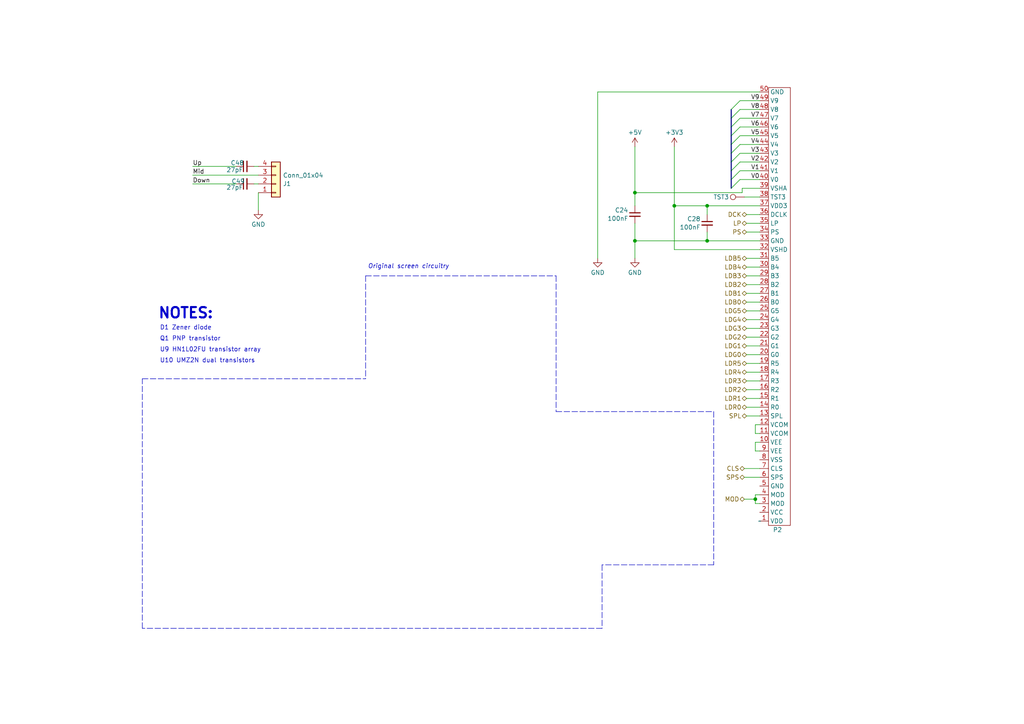
<source format=kicad_sch>
(kicad_sch (version 20231120) (generator "eeschema") (generator_version "8.0")
  (paper "A4")
  (title_block (title "CGB Reverse Engineer") (company "NatalieTheNerd.com"))
  (lib_symbols
    (symbol "CGB:Screen_CGB"
      (property "Reference" "P" (at 0 1.27 0))
      (symbol "Screen_CGB_0_0"
        (pin unspecified line (at 0 0 0) (length 2.54) (name "VDD") (number "1"))
        (pin unspecified line (at 0 -22.86 0) (length 2.54) (name "VEE") (number "10"))
        (pin unspecified line (at 0 -25.4 0) (length 2.54) (name "VCOM") (number "11"))
        (pin unspecified line (at 0 -27.94 0) (length 2.54) (name "VCOM") (number "12"))
        (pin unspecified line (at 0 -30.48 0) (length 2.54) (name "SPL") (number "13"))
        (pin unspecified line (at 0 -33.02 0) (length 2.54) (name "R0") (number "14"))
        (pin unspecified line (at 0 -35.56 0) (length 2.54) (name "R1") (number "15"))
        (pin unspecified line (at 0 -38.1 0) (length 2.54) (name "R2") (number "16"))
        (pin unspecified line (at 0 -40.64 0) (length 2.54) (name "R3") (number "17"))
        (pin unspecified line (at 0 -43.18 0) (length 2.54) (name "R4") (number "18"))
        (pin unspecified line (at 0 -45.72 0) (length 2.54) (name "R5") (number "19"))
        (pin unspecified line (at 0 -2.54 0) (length 2.54) (name "VCC") (number "2"))
        (pin unspecified line (at 0 -48.26 0) (length 2.54) (name "G0") (number "20"))
        (pin unspecified line (at 0 -50.8 0) (length 2.54) (name "G1") (number "21"))
        (pin unspecified line (at 0 -53.34 0) (length 2.54) (name "G2") (number "22"))
        (pin unspecified line (at 0 -55.88 0) (length 2.54) (name "G3") (number "23"))
        (pin unspecified line (at 0 -58.42 0) (length 2.54) (name "G4") (number "24"))
        (pin unspecified line (at 0 -60.96 0) (length 2.54) (name "G5") (number "25"))
        (pin unspecified line (at 0 -63.5 0) (length 2.54) (name "B0") (number "26"))
        (pin unspecified line (at 0 -66.04 0) (length 2.54) (name "B1") (number "27"))
        (pin unspecified line (at 0 -68.58 0) (length 2.54) (name "B2") (number "28"))
        (pin unspecified line (at 0 -71.12 0) (length 2.54) (name "B3") (number "29"))
        (pin unspecified line (at 0 -5.08 0) (length 2.54) (name "MOD") (number "3"))
        (pin unspecified line (at 0 -73.66 0) (length 2.54) (name "B4") (number "30"))
        (pin unspecified line (at 0 -76.2 0) (length 2.54) (name "B5") (number "31"))
        (pin unspecified line (at 0 -78.74 0) (length 2.54) (name "VSHD") (number "32"))
        (pin unspecified line (at 0 -81.28 0) (length 2.54) (name "GND") (number "33"))
        (pin unspecified line (at 0 -83.82 0) (length 2.54) (name "PS") (number "34"))
        (pin unspecified line (at 0 -86.36 0) (length 2.54) (name "LP") (number "35"))
        (pin unspecified line (at 0 -88.9 0) (length 2.54) (name "DCLK") (number "36"))
        (pin unspecified line (at 0 -91.44 0) (length 2.54) (name "VDD3") (number "37"))
        (pin unspecified line (at 0 -93.98 0) (length 2.54) (name "TST3") (number "38"))
        (pin unspecified line (at 0 -96.52 0) (length 2.54) (name "VSHA") (number "39"))
        (pin unspecified line (at 0 -7.62 0) (length 2.54) (name "MOD") (number "4"))
        (pin unspecified line (at 0 -99.06 0) (length 2.54) (name "V0") (number "40"))
        (pin unspecified line (at 0 -101.6 0) (length 2.54) (name "V1") (number "41"))
        (pin unspecified line (at 0 -104.14 0) (length 2.54) (name "V2") (number "42"))
        (pin unspecified line (at 0 -106.68 0) (length 2.54) (name "V3") (number "43"))
        (pin unspecified line (at 0 -109.22 0) (length 2.54) (name "V4") (number "44"))
        (pin unspecified line (at 0 -111.76 0) (length 2.54) (name "V5") (number "45"))
        (pin unspecified line (at 0 -114.3 0) (length 2.54) (name "V6") (number "46"))
        (pin unspecified line (at 0 -116.84 0) (length 2.54) (name "V7") (number "47"))
        (pin unspecified line (at 0 -119.38 0) (length 2.54) (name "V8") (number "48"))
        (pin unspecified line (at 0 -121.92 0) (length 2.54) (name "V9") (number "49"))
        (pin unspecified line (at 0 -10.16 0) (length 2.54) (name "GND") (number "5"))
        (pin unspecified line (at 0 -124.46 0) (length 2.54) (name "GND") (number "50"))
        (pin unspecified line (at 0 -12.7 0) (length 2.54) (name "SPS") (number "6"))
        (pin unspecified line (at 0 -15.24 0) (length 2.54) (name "CLS") (number "7"))
        (pin unspecified line (at 0 -17.78 0) (length 2.54) (name "VSS") (number "8"))
        (pin unspecified line (at 0 -20.32 0) (length 2.54) (name "VEE") (number "9"))
      )
      (symbol "Screen_CGB_0_1"
        (rectangle (start 2.54 1.27) (end 8.89 -125.73))
      )
    )
    (symbol "Connector:TestPoint" (pin_numbers hide) (pin_names (offset 0.762) hide)
      (property "Reference" "TP" (at 0 6.858 0))
      (property "Value" "TestPoint" (at 0 5.08 0))
      (symbol "TestPoint_0_1"
        (circle (center 0 3.302) (radius 0.762))
      )
      (symbol "TestPoint_1_1"
        (pin passive line (at 0 0 90) (length 2.54) (name "1") (number "1"))
      )
    )
    (symbol "Connector_Generic:Conn_01x04" (pin_names (offset 1.016) hide)
      (property "Reference" "J" (at 0 5.08 0))
      (property "Value" "Conn_01x04" (at 0 -7.62 0))
      (symbol "Conn_01x04_1_1"
        (rectangle (start -1.27 -4.953) (end 0 -5.207) (stroke (width 0.1524)))
        (rectangle (start -1.27 -2.413) (end 0 -2.667) (stroke (width 0.1524)))
        (rectangle (start -1.27 0.127) (end 0 -0.127) (stroke (width 0.1524)))
        (rectangle (start -1.27 2.667) (end 0 2.413) (stroke (width 0.1524)))
        (rectangle (start -1.27 3.81) (end 1.27 -6.35) (stroke (width 0.254)) (fill (type background)))
        (pin passive line (at -5.08 2.54 0) (length 3.81) (name "Pin_1") (number "1"))
        (pin passive line (at -5.08 0 0) (length 3.81) (name "Pin_2") (number "2"))
        (pin passive line (at -5.08 -2.54 0) (length 3.81) (name "Pin_3") (number "3"))
        (pin passive line (at -5.08 -5.08 0) (length 3.81) (name "Pin_4") (number "4"))
      )
    )
    (symbol "Device:C_Small" (pin_numbers hide) (pin_names (offset 0.254) hide)
      (property "Reference" "C" (at 0.254 1.778 0))
      (property "Value" "C_Small" (at 0.254 -2.032 0))
      (symbol "C_Small_0_1"
        (polyline (pts (xy -1.524 -0.508) (xy 1.524 -0.508)) (stroke (width 0.3302)))
        (polyline (pts (xy -1.524 0.508) (xy 1.524 0.508)) (stroke (width 0.3048)))
      )
      (symbol "C_Small_1_1"
        (pin passive line (at 0 2.54 270) (length 2.032) (name "~") (number "1"))
        (pin passive line (at 0 -2.54 90) (length 2.032) (name "~") (number "2"))
      )
    )
    (symbol "power:+3V3" (power) (pin_names (offset 0))
      (property "Value" "+3V3" (at 0 3.556 0))
      (symbol "+3V3_0_1"
        (polyline (pts (xy -0.762 1.27) (xy 0 2.54)))
        (polyline (pts (xy 0 0) (xy 0 2.54)))
        (polyline (pts (xy 0 2.54) (xy 0.762 1.27)))
      )
      (symbol "+3V3_1_1"
        (pin power_in line (at 0 0 90) (length 0) hide (name "+3V3") (number "1"))
      )
    )
    (symbol "power:+5V" (power) (pin_names (offset 0))
      (property "Value" "+5V" (at 0 3.556 0))
      (symbol "+5V_0_1"
        (polyline (pts (xy -0.762 1.27) (xy 0 2.54)))
        (polyline (pts (xy 0 0) (xy 0 2.54)))
        (polyline (pts (xy 0 2.54) (xy 0.762 1.27)))
      )
      (symbol "+5V_1_1"
        (pin power_in line (at 0 0 90) (length 0) hide (name "+5V") (number "1"))
      )
    )
    (symbol "power:GND" (power) (pin_names (offset 0))
      (property "Value" "GND" (at 0 -3.81 0))
      (symbol "GND_0_1"
        (polyline (pts (xy 0 0) (xy 0 -1.27) (xy 1.27 -1.27) (xy 0 -2.54) (xy -1.27 -1.27) (xy 0 -1.27)))
      )
      (symbol "GND_1_1"
        (pin power_in line (at 0 0 270) (length 0) hide (name "GND") (number "1"))
      )
    )
  )
  (junction (at 219.075 144.78))
  (junction (at 205.105 69.85))
  (junction (at 205.105 59.69))
  (junction (at 184.15 69.85))
  (junction (at 195.58 59.69))
  (junction (at 184.15 55.88))
  (bus_entry (at 214.63 39.37) (size -2.54 2.54))
  (bus_entry (at 214.63 46.99) (size -2.54 2.54))
  (bus_entry (at 214.63 52.07) (size -2.54 2.54))
  (bus_entry (at 212.09 36.83) (size 2.54 -2.54))
  (bus_entry (at 214.63 49.53) (size -2.54 2.54))
  (bus_entry (at 214.63 44.45) (size -2.54 2.54))
  (bus_entry (at 212.09 39.37) (size 2.54 -2.54))
  (bus_entry (at 212.09 34.29) (size 2.54 -2.54))
  (bus_entry (at 214.63 41.91) (size -2.54 2.54))
  (bus_entry (at 212.09 31.75) (size 2.54 -2.54))
  (wire (pts (xy 219.075 128.27) (xy 219.075 130.81)))
  (wire (pts (xy 214.63 49.53) (xy 220.345 49.53)))
  (wire (pts (xy 220.345 128.27) (xy 219.075 128.27)))
  (wire (pts (xy 216.535 95.25) (xy 220.345 95.25)))
  (wire (pts (xy 216.535 67.31) (xy 220.345 67.31)))
  (bus (pts (xy 212.09 52.07) (xy 212.09 54.61)))
  (wire (pts (xy 215.265 55.88) (xy 184.15 55.88)))
  (wire (pts (xy 214.63 39.37) (xy 220.345 39.37)))
  (wire (pts (xy 205.105 69.85) (xy 220.345 69.85)))
  (wire (pts (xy 74.93 60.96) (xy 74.93 55.88)))
  (wire (pts (xy 216.535 62.23) (xy 220.345 62.23)))
  (polyline (pts (xy 207.01 163.83) (xy 174.625 163.83)) (stroke (width 0) (type dash)))
  (bus (pts (xy 212.09 46.99) (xy 212.09 49.53)))
  (wire (pts (xy 216.535 82.55) (xy 220.345 82.55)))
  (wire (pts (xy 195.58 72.39) (xy 220.345 72.39)))
  (wire (pts (xy 216.535 113.03) (xy 220.345 113.03)))
  (wire (pts (xy 216.535 97.79) (xy 220.345 97.79)))
  (wire (pts (xy 184.15 55.88) (xy 184.15 59.69)))
  (bus (pts (xy 212.09 36.83) (xy 212.09 39.37)))
  (wire (pts (xy 216.535 118.11) (xy 220.345 118.11)))
  (wire (pts (xy 216.535 80.01) (xy 220.345 80.01)))
  (polyline (pts (xy 161.29 80.01) (xy 161.29 119.38)) (stroke (width 0) (type dash)))
  (polyline (pts (xy 161.29 119.38) (xy 207.01 119.38)) (stroke (width 0) (type dash)))
  (wire (pts (xy 216.535 105.41) (xy 220.345 105.41)))
  (wire (pts (xy 216.535 92.71) (xy 220.345 92.71)))
  (wire (pts (xy 184.15 69.85) (xy 205.105 69.85)))
  (polyline (pts (xy 207.01 119.38) (xy 207.01 163.83)) (stroke (width 0) (type dash)))
  (wire (pts (xy 216.535 107.95) (xy 220.345 107.95)))
  (wire (pts (xy 219.075 125.73) (xy 220.345 125.73)))
  (wire (pts (xy 216.535 64.77) (xy 220.345 64.77)))
  (wire (pts (xy 214.63 29.21) (xy 220.345 29.21)))
  (wire (pts (xy 195.58 59.69) (xy 195.58 72.39)))
  (wire (pts (xy 216.535 85.09) (xy 220.345 85.09)))
  (wire (pts (xy 219.075 143.51) (xy 220.345 143.51)))
  (wire (pts (xy 219.075 146.05) (xy 220.345 146.05)))
  (wire (pts (xy 219.075 123.19) (xy 220.345 123.19)))
  (wire (pts (xy 195.58 59.69) (xy 205.105 59.69)))
  (wire (pts (xy 220.345 54.61) (xy 215.265 54.61)))
  (polyline (pts (xy 106.045 80.01) (xy 161.29 80.01)) (stroke (width 0) (type dash)))
  (wire (pts (xy 215.265 54.61) (xy 215.265 55.88)))
  (bus (pts (xy 212.09 39.37) (xy 212.09 41.91)))
  (wire (pts (xy 216.535 110.49) (xy 220.345 110.49)))
  (wire (pts (xy 219.075 144.78) (xy 219.075 146.05)))
  (wire (pts (xy 214.63 41.91) (xy 220.345 41.91)))
  (wire (pts (xy 219.075 123.19) (xy 219.075 125.73)))
  (wire (pts (xy 216.535 77.47) (xy 220.345 77.47)))
  (bus (pts (xy 212.09 34.29) (xy 212.09 36.83)))
  (bus (pts (xy 212.09 44.45) (xy 212.09 46.99)))
  (wire (pts (xy 55.88 48.26) (xy 68.58 48.26)))
  (wire (pts (xy 214.63 31.75) (xy 220.345 31.75)))
  (wire (pts (xy 205.105 59.69) (xy 220.345 59.69)))
  (wire (pts (xy 214.63 36.83) (xy 220.345 36.83)))
  (wire (pts (xy 73.66 53.34) (xy 74.93 53.34)))
  (wire (pts (xy 216.535 100.33) (xy 220.345 100.33)))
  (wire (pts (xy 216.535 87.63) (xy 220.345 87.63)))
  (wire (pts (xy 55.88 53.34) (xy 68.58 53.34)))
  (bus (pts (xy 212.09 49.53) (xy 212.09 52.07)))
  (wire (pts (xy 195.58 42.545) (xy 195.58 59.69)))
  (wire (pts (xy 215.9 138.43) (xy 220.345 138.43)))
  (polyline (pts (xy 41.275 182.245) (xy 41.275 109.855)) (stroke (width 0) (type dash)))
  (wire (pts (xy 216.535 90.17) (xy 220.345 90.17)))
  (polyline (pts (xy 174.625 182.245) (xy 41.275 182.245)) (stroke (width 0) (type dash)))
  (polyline (pts (xy 174.625 163.83) (xy 174.625 182.245)) (stroke (width 0) (type dash)))
  (wire (pts (xy 216.535 102.87) (xy 220.345 102.87)))
  (wire (pts (xy 215.9 144.78) (xy 219.075 144.78)))
  (wire (pts (xy 216.535 120.65) (xy 220.345 120.65)))
  (wire (pts (xy 214.63 52.07) (xy 220.345 52.07)))
  (wire (pts (xy 184.15 42.545) (xy 184.15 55.88)))
  (polyline (pts (xy 106.045 80.01) (xy 106.045 109.855)) (stroke (width 0) (type dash)))
  (wire (pts (xy 205.105 67.31) (xy 205.105 69.85)))
  (wire (pts (xy 214.63 44.45) (xy 220.345 44.45)))
  (wire (pts (xy 216.535 115.57) (xy 220.345 115.57)))
  (wire (pts (xy 214.63 34.29) (xy 220.345 34.29)))
  (wire (pts (xy 215.9 135.89) (xy 220.345 135.89)))
  (wire (pts (xy 205.105 62.23) (xy 205.105 59.69)))
  (wire (pts (xy 219.075 143.51) (xy 219.075 144.78)))
  (wire (pts (xy 215.9 57.15) (xy 220.345 57.15)))
  (wire (pts (xy 184.15 64.77) (xy 184.15 69.85)))
  (wire (pts (xy 214.63 46.99) (xy 220.345 46.99)))
  (wire (pts (xy 219.075 130.81) (xy 220.345 130.81)))
  (wire (pts (xy 173.355 26.67) (xy 173.355 74.93)))
  (wire (pts (xy 55.88 50.8) (xy 74.93 50.8)))
  (wire (pts (xy 73.66 48.26) (xy 74.93 48.26)))
  (wire (pts (xy 173.355 26.67) (xy 220.345 26.67)))
  (polyline (pts (xy 41.275 109.855) (xy 106.045 109.855)) (stroke (width 0) (type dash)))
  (wire (pts (xy 184.15 74.93) (xy 184.15 69.85)))
  (wire (pts (xy 216.535 74.93) (xy 220.345 74.93)))
  (bus (pts (xy 212.09 41.91) (xy 212.09 44.45)))
  (bus (pts (xy 212.09 31.75) (xy 212.09 34.29)))
  (text "U9 HN1L02FU transistor array" (at 46.355 102.235 0) (effects (font (size 1.27 1.27)) (justify left bottom)))
  (text "D1 Zener diode" (at 46.355 95.885 0) (effects (font (size 1.27 1.27)) (justify left bottom)))
  (text "Q1 PNP transistor" (at 46.355 99.06 0) (effects (font (size 1.27 1.27)) (justify left bottom)))
  (text "Original screen circuitry" (at 106.68 78.105 0) (effects (font (size 1.27 1.27) (italic yes)) (justify left bottom)))
  (text "NOTES:" (at 45.72 92.71 0) (effects (font (size 3 3) (thickness 0.6) (bold yes)) (justify left bottom)))
  (text "U10 UMZ2N dual transistors" (at 46.355 105.41 0) (effects (font (size 1.27 1.27)) (justify left bottom)))
  (label "V9" (at 217.805 29.21 0))
  (label "V2" (at 217.805 46.99 0))
  (label "V6" (at 217.805 36.83 0))
  (label "Up" (at 55.88 48.26 0))
  (label "V7" (at 217.805 34.29 0))
  (label "V8" (at 217.805 31.75 0))
  (label "V5" (at 217.805 39.37 0))
  (label "V1" (at 217.805 49.53 0))
  (label "Down" (at 55.88 53.34 0))
  (label "V0" (at 217.805 52.07 0))
  (label "Mid" (at 55.88 50.8 0))
  (label "V4" (at 217.805 41.91 0))
  (label "V3" (at 217.805 44.45 0))
  (hierarchical_label "PS" (shape bidirectional) (at 216.535 67.31 180))
  (hierarchical_label "LDG2" (shape bidirectional) (at 216.535 97.79 180))
  (hierarchical_label "LDB4" (shape bidirectional) (at 216.535 77.47 180))
  (hierarchical_label "LDG1" (shape bidirectional) (at 216.535 100.33 180))
  (hierarchical_label "LDB0" (shape bidirectional) (at 216.535 87.63 180))
  (hierarchical_label "DCK" (shape bidirectional) (at 216.535 62.23 180))
  (hierarchical_label "LDG4" (shape bidirectional) (at 216.535 92.71 180))
  (hierarchical_label "LDR0" (shape bidirectional) (at 216.535 118.11 180))
  (hierarchical_label "LDB2" (shape bidirectional) (at 216.535 82.55 180))
  (hierarchical_label "LP" (shape bidirectional) (at 216.535 64.77 180))
  (hierarchical_label "LDG5" (shape bidirectional) (at 216.535 90.17 180))
  (hierarchical_label "CLS" (shape bidirectional) (at 215.9 135.89 180))
  (hierarchical_label "LDB3" (shape bidirectional) (at 216.535 80.01 180))
  (hierarchical_label "LDB5" (shape bidirectional) (at 216.535 74.93 180))
  (hierarchical_label "LDR2" (shape bidirectional) (at 216.535 113.03 180))
  (hierarchical_label "LDR4" (shape bidirectional) (at 216.535 107.95 180))
  (hierarchical_label "LDG3" (shape bidirectional) (at 216.535 95.25 180))
  (hierarchical_label "LDG0" (shape bidirectional) (at 216.535 102.87 180))
  (hierarchical_label "LDB1" (shape bidirectional) (at 216.535 85.09 180))
  (hierarchical_label "MOD" (shape bidirectional) (at 215.9 144.78 180))
  (hierarchical_label "SPL" (shape bidirectional) (at 216.535 120.65 180))
  (hierarchical_label "LDR3" (shape bidirectional) (at 216.535 110.49 180))
  (hierarchical_label "LDR5" (shape bidirectional) (at 216.535 105.41 180))
  (hierarchical_label "LDR1" (shape bidirectional) (at 216.535 115.57 180))
  (hierarchical_label "SPS" (shape bidirectional) (at 215.9 138.43 180))
  (symbol (lib_id "Device:C_Small") (at 205.105 64.77 0) (mirror y) (unit 1)
    (property "Reference" "C28" (at 203.2 63.5 0) (effects (justify left)))
    (property "Value" "100nF" (at 203.2 65.9242 0) (effects (justify left)))
    (property "Footprint" "Capacitor_SMD:C_0603_1608Metric" (effects (hide yes)))
  )
  (symbol (lib_id "Connector_Generic:Conn_01x04") (at 80.01 53.34 0) (mirror x) (unit 1)
    (property "Reference" "J1" (at 82.042 53.2822 0) (effects (justify left)))
    (property "Value" "Conn_01x04" (at 82.042 50.8579 0) (effects (justify left)))
    (property "Footprint" "customsym:NAV_SWITCH" (effects (hide yes)))
    (property "Description" "Generic connector, single row, 01x04, script generated (kicad-library-utils/schlib/autogen/connector/)" (effects (hide yes)))
  )
  (symbol (lib_id "Device:C_Small") (at 71.12 48.26 90) (unit 1)
    (property "Reference" "C48" (at 68.834 47.244 90))
    (property "Value" "27pF" (at 68.072 49.276 90))
    (property "Footprint" "Resistor_SMD:R_0603_1608Metric" (effects (hide yes)))
    (property "Description" "Unpolarized capacitor, small symbol" (effects (hide yes)))
  )
  (symbol (lib_id "power:GND") (at 74.93 60.96 0) (unit 1)
    (property "Reference" "#PWR076" (effects (hide yes)))
    (property "Value" "GND" (at 74.93 65.0931 0))
  )
  (symbol (lib_id "CGB:Screen_CGB") (at 220.345 151.13 0) (mirror x) (unit 1)
    (property "Reference" "P2" (at 224.155 153.67 0) (effects (justify left)))
    (property "Value" "~" (at 220.345 151.13 0))
    (property "Footprint" "CGB:Screen CGB" (effects (hide yes)))
  )
  (symbol (lib_id "Device:C_Small") (at 184.15 62.23 0) (mirror y) (unit 1)
    (property "Reference" "C24" (at 182.245 60.96 0) (effects (justify left)))
    (property "Value" "100nF" (at 182.245 63.3842 0) (effects (justify left)))
    (property "Footprint" "Capacitor_SMD:C_0603_1608Metric" (effects (hide yes)))
  )
  (symbol (lib_id "power:+5V") (at 184.15 42.545 0) (unit 1)
    (property "Reference" "#PWR037" (effects (hide yes)))
    (property "Value" "+5V" (at 184.15 38.4119 0))
  )
  (symbol (lib_id "power:+3V3") (at 195.58 42.545 0) (unit 1)
    (property "Reference" "#PWR036" (effects (hide yes)))
    (property "Value" "+3V3" (at 195.58 38.4119 0))
  )
  (symbol (lib_id "Device:C_Small") (at 71.12 53.34 90) (unit 1)
    (property "Reference" "C49" (at 69.088 52.578 90))
    (property "Value" "27pF" (at 68.072 54.356 90))
    (property "Footprint" "Resistor_SMD:R_0603_1608Metric" (effects (hide yes)))
    (property "Description" "Unpolarized capacitor, small symbol" (effects (hide yes)))
  )
  (symbol (lib_id "power:GND") (at 184.15 74.93 0) (unit 1)
    (property "Reference" "#PWR035" (effects (hide yes)))
    (property "Value" "GND" (at 184.15 79.0631 0))
  )
  (symbol (lib_id "Connector:TestPoint") (at 215.9 57.15 90) (unit 1)
    (property "Reference" "TST3" (at 211.455 57.15 90) (effects (justify left)))
    (property "Value" "TestPoint" (effects (hide yes)))
  )
  (symbol (lib_id "power:GND") (at 173.355 74.93 0) (unit 1)
    (property "Reference" "#PWR039" (effects (hide yes)))
    (property "Value" "GND" (at 173.355 79.0631 0))
  )
)
</source>
